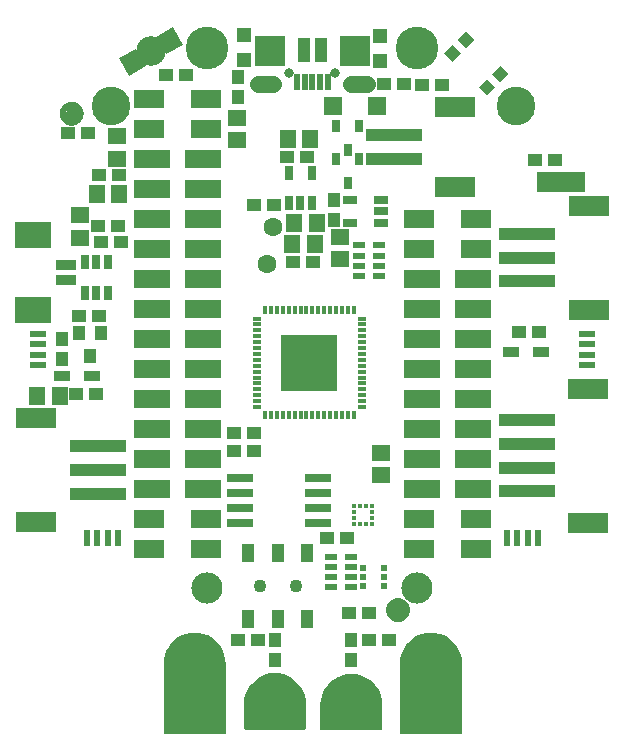
<source format=gbr>
G04 EAGLE Gerber RS-274X export*
G75*
%MOMM*%
%FSLAX34Y34*%
%LPD*%
%INSoldermask Top*%
%IPPOS*%
%AMOC8*
5,1,8,0,0,1.08239X$1,22.5*%
G01*
%ADD10C,2.641600*%
%ADD11C,3.276600*%
%ADD12C,1.101600*%
%ADD13C,0.500000*%
%ADD14C,3.617600*%
%ADD15C,4.317600*%
%ADD16R,1.601600X1.701600*%
%ADD17C,2.501600*%
%ADD18R,1.176600X1.101600*%
%ADD19R,1.101600X1.176600*%
%ADD20R,1.601600X1.341600*%
%ADD21R,1.301600X1.301600*%
%ADD22R,1.001600X1.001600*%
%ADD23C,0.801600*%
%ADD24R,2.514600X2.514600*%
%ADD25C,1.409600*%
%ADD26R,1.101600X2.101600*%
%ADD27R,0.500000X1.450000*%
%ADD28R,1.301600X0.651600*%
%ADD29R,4.701600X1.101600*%
%ADD30R,3.501600X1.701600*%
%ADD31R,0.651600X1.301600*%
%ADD32R,1.341600X1.601600*%
%ADD33R,1.351600X0.601600*%
%ADD34R,2.641600X1.625600*%
%ADD35R,3.149600X1.625600*%
%ADD36R,1.101600X1.301600*%
%ADD37R,1.501600X1.501600*%
%ADD38R,0.736600X1.117600*%
%ADD39R,1.001600X0.551600*%
%ADD40R,3.501600X1.801600*%
%ADD41R,4.165600X1.778000*%
%ADD42R,1.451600X0.901600*%
%ADD43R,1.701600X0.901600*%
%ADD44R,3.101600X2.201600*%
%ADD45C,1.601600*%
%ADD46R,2.301600X0.701600*%
%ADD47R,0.801600X0.321600*%
%ADD48R,0.321600X0.801600*%
%ADD49R,4.801600X4.801600*%
%ADD50R,0.601600X0.601600*%
%ADD51R,0.601600X0.501600*%
%ADD52R,1.101600X1.601600*%
%ADD53R,0.351600X0.376600*%
%ADD54R,0.376600X0.351600*%
%ADD55R,0.601600X1.351600*%

G36*
X125832Y-305418D02*
X125832Y-305418D01*
X125934Y-305410D01*
X125962Y-305398D01*
X125993Y-305393D01*
X126085Y-305349D01*
X126181Y-305311D01*
X126204Y-305291D01*
X126232Y-305278D01*
X126307Y-305208D01*
X126387Y-305143D01*
X126404Y-305117D01*
X126426Y-305096D01*
X126477Y-305007D01*
X126534Y-304922D01*
X126540Y-304898D01*
X126558Y-304866D01*
X126616Y-304606D01*
X126613Y-304568D01*
X126618Y-304545D01*
X126618Y-245745D01*
X126612Y-245706D01*
X126616Y-245682D01*
X126357Y-242067D01*
X126339Y-241986D01*
X126339Y-241941D01*
X125569Y-238400D01*
X125540Y-238323D01*
X125533Y-238279D01*
X124267Y-234883D01*
X124227Y-234810D01*
X124214Y-234768D01*
X122477Y-231587D01*
X122427Y-231521D01*
X122409Y-231480D01*
X120237Y-228579D01*
X120178Y-228521D01*
X120154Y-228483D01*
X117592Y-225921D01*
X117525Y-225872D01*
X117496Y-225838D01*
X114595Y-223666D01*
X114521Y-223627D01*
X114488Y-223598D01*
X111307Y-221861D01*
X111229Y-221832D01*
X111192Y-221808D01*
X107796Y-220542D01*
X107715Y-220525D01*
X107675Y-220506D01*
X104134Y-219736D01*
X104051Y-219730D01*
X104008Y-219718D01*
X100393Y-219459D01*
X100311Y-219466D01*
X100267Y-219459D01*
X96652Y-219718D01*
X96571Y-219736D01*
X96526Y-219736D01*
X92985Y-220506D01*
X92908Y-220536D01*
X92864Y-220542D01*
X89468Y-221808D01*
X89395Y-221848D01*
X89353Y-221861D01*
X86172Y-223598D01*
X86106Y-223648D01*
X86065Y-223666D01*
X83164Y-225838D01*
X83106Y-225897D01*
X83068Y-225921D01*
X80506Y-228483D01*
X80457Y-228550D01*
X80423Y-228579D01*
X78251Y-231480D01*
X78212Y-231554D01*
X78183Y-231587D01*
X76446Y-234768D01*
X76417Y-234846D01*
X76393Y-234883D01*
X75127Y-238279D01*
X75110Y-238360D01*
X75091Y-238400D01*
X74321Y-241941D01*
X74315Y-242024D01*
X74303Y-242067D01*
X74044Y-245682D01*
X74047Y-245721D01*
X74042Y-245745D01*
X74042Y-304545D01*
X74057Y-304647D01*
X74065Y-304749D01*
X74077Y-304777D01*
X74082Y-304808D01*
X74126Y-304900D01*
X74164Y-304996D01*
X74184Y-305019D01*
X74197Y-305047D01*
X74267Y-305122D01*
X74332Y-305202D01*
X74358Y-305219D01*
X74379Y-305241D01*
X74468Y-305292D01*
X74553Y-305349D01*
X74577Y-305355D01*
X74609Y-305373D01*
X74869Y-305431D01*
X74907Y-305428D01*
X74930Y-305433D01*
X125730Y-305433D01*
X125832Y-305418D01*
G37*
G36*
X-74193Y-305418D02*
X-74193Y-305418D01*
X-74091Y-305410D01*
X-74063Y-305398D01*
X-74032Y-305393D01*
X-73940Y-305349D01*
X-73844Y-305311D01*
X-73821Y-305291D01*
X-73793Y-305278D01*
X-73718Y-305208D01*
X-73638Y-305143D01*
X-73621Y-305117D01*
X-73599Y-305096D01*
X-73548Y-305007D01*
X-73491Y-304922D01*
X-73485Y-304898D01*
X-73467Y-304866D01*
X-73409Y-304606D01*
X-73412Y-304568D01*
X-73407Y-304545D01*
X-73407Y-245745D01*
X-73413Y-245706D01*
X-73409Y-245682D01*
X-73668Y-242067D01*
X-73686Y-241986D01*
X-73686Y-241941D01*
X-74456Y-238400D01*
X-74486Y-238323D01*
X-74492Y-238279D01*
X-75758Y-234883D01*
X-75798Y-234810D01*
X-75811Y-234768D01*
X-77548Y-231587D01*
X-77598Y-231521D01*
X-77616Y-231480D01*
X-79788Y-228579D01*
X-79847Y-228521D01*
X-79871Y-228483D01*
X-82433Y-225921D01*
X-82500Y-225872D01*
X-82529Y-225838D01*
X-85430Y-223666D01*
X-85504Y-223627D01*
X-85537Y-223598D01*
X-88718Y-221861D01*
X-88796Y-221832D01*
X-88833Y-221808D01*
X-92229Y-220542D01*
X-92310Y-220525D01*
X-92350Y-220506D01*
X-95891Y-219736D01*
X-95974Y-219730D01*
X-96017Y-219718D01*
X-99632Y-219459D01*
X-99714Y-219466D01*
X-99758Y-219459D01*
X-103373Y-219718D01*
X-103454Y-219736D01*
X-103499Y-219736D01*
X-107040Y-220506D01*
X-107117Y-220536D01*
X-107161Y-220542D01*
X-110557Y-221808D01*
X-110630Y-221848D01*
X-110672Y-221861D01*
X-113853Y-223598D01*
X-113919Y-223648D01*
X-113960Y-223666D01*
X-116861Y-225838D01*
X-116919Y-225897D01*
X-116957Y-225921D01*
X-119519Y-228483D01*
X-119568Y-228550D01*
X-119602Y-228579D01*
X-121774Y-231480D01*
X-121813Y-231554D01*
X-121842Y-231587D01*
X-123579Y-234768D01*
X-123608Y-234846D01*
X-123632Y-234883D01*
X-124898Y-238279D01*
X-124915Y-238360D01*
X-124934Y-238400D01*
X-125704Y-241941D01*
X-125710Y-242024D01*
X-125722Y-242067D01*
X-125981Y-245682D01*
X-125978Y-245721D01*
X-125983Y-245745D01*
X-125983Y-304545D01*
X-125968Y-304647D01*
X-125960Y-304749D01*
X-125948Y-304777D01*
X-125943Y-304808D01*
X-125899Y-304900D01*
X-125861Y-304996D01*
X-125841Y-305019D01*
X-125828Y-305047D01*
X-125758Y-305122D01*
X-125693Y-305202D01*
X-125667Y-305219D01*
X-125646Y-305241D01*
X-125557Y-305292D01*
X-125472Y-305349D01*
X-125448Y-305355D01*
X-125416Y-305373D01*
X-125156Y-305431D01*
X-125118Y-305428D01*
X-125095Y-305433D01*
X-74295Y-305433D01*
X-74193Y-305418D01*
G37*
G36*
X-6248Y-301608D02*
X-6248Y-301608D01*
X-6146Y-301600D01*
X-6118Y-301588D01*
X-6087Y-301583D01*
X-5995Y-301539D01*
X-5899Y-301501D01*
X-5876Y-301481D01*
X-5848Y-301468D01*
X-5773Y-301398D01*
X-5693Y-301333D01*
X-5676Y-301307D01*
X-5654Y-301286D01*
X-5603Y-301197D01*
X-5546Y-301112D01*
X-5540Y-301088D01*
X-5522Y-301056D01*
X-5464Y-300796D01*
X-5467Y-300758D01*
X-5462Y-300735D01*
X-5462Y-280035D01*
X-5468Y-279996D01*
X-5464Y-279972D01*
X-5723Y-276357D01*
X-5741Y-276276D01*
X-5741Y-276231D01*
X-6511Y-272690D01*
X-6541Y-272613D01*
X-6547Y-272569D01*
X-7813Y-269173D01*
X-7853Y-269100D01*
X-7866Y-269058D01*
X-9603Y-265877D01*
X-9653Y-265811D01*
X-9671Y-265770D01*
X-11843Y-262869D01*
X-11902Y-262811D01*
X-11926Y-262773D01*
X-14488Y-260211D01*
X-14555Y-260162D01*
X-14584Y-260128D01*
X-17485Y-257956D01*
X-17559Y-257917D01*
X-17592Y-257888D01*
X-20773Y-256151D01*
X-20851Y-256122D01*
X-20888Y-256098D01*
X-24284Y-254832D01*
X-24365Y-254815D01*
X-24405Y-254796D01*
X-27946Y-254026D01*
X-28029Y-254020D01*
X-28072Y-254008D01*
X-31687Y-253749D01*
X-31769Y-253756D01*
X-31813Y-253749D01*
X-35428Y-254008D01*
X-35509Y-254026D01*
X-35554Y-254026D01*
X-39095Y-254796D01*
X-39172Y-254826D01*
X-39216Y-254832D01*
X-42612Y-256098D01*
X-42685Y-256138D01*
X-42727Y-256151D01*
X-45908Y-257888D01*
X-45974Y-257938D01*
X-46015Y-257956D01*
X-48916Y-260128D01*
X-48974Y-260187D01*
X-49012Y-260211D01*
X-51574Y-262773D01*
X-51623Y-262840D01*
X-51657Y-262869D01*
X-53829Y-265770D01*
X-53868Y-265844D01*
X-53897Y-265877D01*
X-55634Y-269058D01*
X-55663Y-269136D01*
X-55687Y-269173D01*
X-56953Y-272569D01*
X-56970Y-272650D01*
X-56989Y-272690D01*
X-57759Y-276231D01*
X-57765Y-276314D01*
X-57777Y-276357D01*
X-58036Y-279972D01*
X-58033Y-280011D01*
X-58038Y-280035D01*
X-58038Y-300735D01*
X-58023Y-300837D01*
X-58015Y-300939D01*
X-58003Y-300967D01*
X-57998Y-300998D01*
X-57954Y-301090D01*
X-57916Y-301186D01*
X-57896Y-301209D01*
X-57883Y-301237D01*
X-57813Y-301312D01*
X-57748Y-301392D01*
X-57722Y-301409D01*
X-57701Y-301431D01*
X-57612Y-301482D01*
X-57527Y-301539D01*
X-57503Y-301545D01*
X-57471Y-301563D01*
X-57211Y-301621D01*
X-57173Y-301618D01*
X-57150Y-301623D01*
X-6350Y-301623D01*
X-6248Y-301608D01*
G37*
G36*
X58522Y-302243D02*
X58522Y-302243D01*
X58624Y-302235D01*
X58652Y-302223D01*
X58683Y-302218D01*
X58775Y-302174D01*
X58871Y-302136D01*
X58894Y-302116D01*
X58922Y-302103D01*
X58997Y-302033D01*
X59077Y-301968D01*
X59094Y-301942D01*
X59116Y-301921D01*
X59167Y-301832D01*
X59224Y-301747D01*
X59230Y-301723D01*
X59248Y-301691D01*
X59306Y-301431D01*
X59303Y-301393D01*
X59308Y-301370D01*
X59308Y-280670D01*
X59302Y-280631D01*
X59306Y-280607D01*
X59047Y-276992D01*
X59029Y-276911D01*
X59029Y-276866D01*
X58259Y-273325D01*
X58230Y-273248D01*
X58223Y-273204D01*
X56957Y-269808D01*
X56917Y-269735D01*
X56904Y-269693D01*
X55167Y-266512D01*
X55117Y-266446D01*
X55099Y-266405D01*
X52927Y-263504D01*
X52868Y-263446D01*
X52844Y-263408D01*
X50282Y-260846D01*
X50215Y-260797D01*
X50186Y-260763D01*
X47285Y-258591D01*
X47211Y-258552D01*
X47178Y-258523D01*
X43997Y-256786D01*
X43919Y-256757D01*
X43882Y-256733D01*
X40486Y-255467D01*
X40405Y-255450D01*
X40365Y-255431D01*
X36824Y-254661D01*
X36741Y-254655D01*
X36698Y-254643D01*
X33083Y-254384D01*
X33001Y-254391D01*
X32957Y-254384D01*
X29342Y-254643D01*
X29261Y-254661D01*
X29216Y-254661D01*
X25675Y-255431D01*
X25598Y-255461D01*
X25554Y-255467D01*
X22158Y-256733D01*
X22085Y-256773D01*
X22043Y-256786D01*
X18862Y-258523D01*
X18796Y-258573D01*
X18755Y-258591D01*
X15854Y-260763D01*
X15796Y-260822D01*
X15758Y-260846D01*
X13196Y-263408D01*
X13147Y-263475D01*
X13113Y-263504D01*
X10941Y-266405D01*
X10902Y-266479D01*
X10873Y-266512D01*
X9136Y-269693D01*
X9107Y-269771D01*
X9083Y-269808D01*
X7817Y-273204D01*
X7800Y-273285D01*
X7781Y-273325D01*
X7011Y-276866D01*
X7005Y-276949D01*
X6993Y-276992D01*
X6734Y-280607D01*
X6737Y-280646D01*
X6732Y-280670D01*
X6732Y-301370D01*
X6747Y-301472D01*
X6755Y-301574D01*
X6767Y-301602D01*
X6772Y-301633D01*
X6816Y-301725D01*
X6854Y-301821D01*
X6874Y-301844D01*
X6887Y-301872D01*
X6957Y-301947D01*
X7022Y-302027D01*
X7048Y-302044D01*
X7069Y-302066D01*
X7158Y-302117D01*
X7243Y-302174D01*
X7267Y-302180D01*
X7299Y-302198D01*
X7559Y-302256D01*
X7597Y-302253D01*
X7620Y-302258D01*
X58420Y-302258D01*
X58522Y-302243D01*
G37*
D10*
X88900Y-181610D03*
X-88900Y-181610D03*
D11*
X-170815Y226060D03*
X172085Y226060D03*
D12*
X-203835Y219710D03*
D13*
X-203835Y212210D02*
X-203654Y212212D01*
X-203473Y212219D01*
X-203292Y212230D01*
X-203111Y212245D01*
X-202931Y212265D01*
X-202751Y212289D01*
X-202572Y212317D01*
X-202394Y212350D01*
X-202217Y212387D01*
X-202040Y212428D01*
X-201865Y212473D01*
X-201690Y212523D01*
X-201517Y212577D01*
X-201346Y212635D01*
X-201175Y212697D01*
X-201007Y212764D01*
X-200840Y212834D01*
X-200674Y212908D01*
X-200511Y212987D01*
X-200350Y213069D01*
X-200190Y213155D01*
X-200033Y213245D01*
X-199878Y213339D01*
X-199725Y213436D01*
X-199575Y213538D01*
X-199427Y213642D01*
X-199281Y213751D01*
X-199139Y213862D01*
X-198999Y213978D01*
X-198862Y214096D01*
X-198727Y214218D01*
X-198596Y214343D01*
X-198468Y214471D01*
X-198343Y214602D01*
X-198221Y214737D01*
X-198103Y214874D01*
X-197987Y215014D01*
X-197876Y215156D01*
X-197767Y215302D01*
X-197663Y215450D01*
X-197561Y215600D01*
X-197464Y215753D01*
X-197370Y215908D01*
X-197280Y216065D01*
X-197194Y216225D01*
X-197112Y216386D01*
X-197033Y216549D01*
X-196959Y216715D01*
X-196889Y216882D01*
X-196822Y217050D01*
X-196760Y217221D01*
X-196702Y217392D01*
X-196648Y217565D01*
X-196598Y217740D01*
X-196553Y217915D01*
X-196512Y218092D01*
X-196475Y218269D01*
X-196442Y218447D01*
X-196414Y218626D01*
X-196390Y218806D01*
X-196370Y218986D01*
X-196355Y219167D01*
X-196344Y219348D01*
X-196337Y219529D01*
X-196335Y219710D01*
X-203835Y212210D02*
X-204016Y212212D01*
X-204197Y212219D01*
X-204378Y212230D01*
X-204559Y212245D01*
X-204739Y212265D01*
X-204919Y212289D01*
X-205098Y212317D01*
X-205276Y212350D01*
X-205453Y212387D01*
X-205630Y212428D01*
X-205805Y212473D01*
X-205980Y212523D01*
X-206153Y212577D01*
X-206324Y212635D01*
X-206495Y212697D01*
X-206663Y212764D01*
X-206830Y212834D01*
X-206996Y212908D01*
X-207159Y212987D01*
X-207320Y213069D01*
X-207480Y213155D01*
X-207637Y213245D01*
X-207792Y213339D01*
X-207945Y213436D01*
X-208095Y213538D01*
X-208243Y213642D01*
X-208389Y213751D01*
X-208531Y213862D01*
X-208671Y213978D01*
X-208808Y214096D01*
X-208943Y214218D01*
X-209074Y214343D01*
X-209202Y214471D01*
X-209327Y214602D01*
X-209449Y214737D01*
X-209567Y214874D01*
X-209683Y215014D01*
X-209794Y215156D01*
X-209903Y215302D01*
X-210007Y215450D01*
X-210109Y215600D01*
X-210206Y215753D01*
X-210300Y215908D01*
X-210390Y216065D01*
X-210476Y216225D01*
X-210558Y216386D01*
X-210637Y216549D01*
X-210711Y216715D01*
X-210781Y216882D01*
X-210848Y217050D01*
X-210910Y217221D01*
X-210968Y217392D01*
X-211022Y217565D01*
X-211072Y217740D01*
X-211117Y217915D01*
X-211158Y218092D01*
X-211195Y218269D01*
X-211228Y218447D01*
X-211256Y218626D01*
X-211280Y218806D01*
X-211300Y218986D01*
X-211315Y219167D01*
X-211326Y219348D01*
X-211333Y219529D01*
X-211335Y219710D01*
X-211333Y219891D01*
X-211326Y220072D01*
X-211315Y220253D01*
X-211300Y220434D01*
X-211280Y220614D01*
X-211256Y220794D01*
X-211228Y220973D01*
X-211195Y221151D01*
X-211158Y221328D01*
X-211117Y221505D01*
X-211072Y221680D01*
X-211022Y221855D01*
X-210968Y222028D01*
X-210910Y222199D01*
X-210848Y222370D01*
X-210781Y222538D01*
X-210711Y222705D01*
X-210637Y222871D01*
X-210558Y223034D01*
X-210476Y223195D01*
X-210390Y223355D01*
X-210300Y223512D01*
X-210206Y223667D01*
X-210109Y223820D01*
X-210007Y223970D01*
X-209903Y224118D01*
X-209794Y224264D01*
X-209683Y224406D01*
X-209567Y224546D01*
X-209449Y224683D01*
X-209327Y224818D01*
X-209202Y224949D01*
X-209074Y225077D01*
X-208943Y225202D01*
X-208808Y225324D01*
X-208671Y225442D01*
X-208531Y225558D01*
X-208389Y225669D01*
X-208243Y225778D01*
X-208095Y225882D01*
X-207945Y225984D01*
X-207792Y226081D01*
X-207637Y226175D01*
X-207480Y226265D01*
X-207320Y226351D01*
X-207159Y226433D01*
X-206996Y226512D01*
X-206830Y226586D01*
X-206663Y226656D01*
X-206495Y226723D01*
X-206324Y226785D01*
X-206153Y226843D01*
X-205980Y226897D01*
X-205805Y226947D01*
X-205630Y226992D01*
X-205453Y227033D01*
X-205276Y227070D01*
X-205098Y227103D01*
X-204919Y227131D01*
X-204739Y227155D01*
X-204559Y227175D01*
X-204378Y227190D01*
X-204197Y227201D01*
X-204016Y227208D01*
X-203835Y227210D01*
X-203654Y227208D01*
X-203473Y227201D01*
X-203292Y227190D01*
X-203111Y227175D01*
X-202931Y227155D01*
X-202751Y227131D01*
X-202572Y227103D01*
X-202394Y227070D01*
X-202217Y227033D01*
X-202040Y226992D01*
X-201865Y226947D01*
X-201690Y226897D01*
X-201517Y226843D01*
X-201346Y226785D01*
X-201175Y226723D01*
X-201007Y226656D01*
X-200840Y226586D01*
X-200674Y226512D01*
X-200511Y226433D01*
X-200350Y226351D01*
X-200190Y226265D01*
X-200033Y226175D01*
X-199878Y226081D01*
X-199725Y225984D01*
X-199575Y225882D01*
X-199427Y225778D01*
X-199281Y225669D01*
X-199139Y225558D01*
X-198999Y225442D01*
X-198862Y225324D01*
X-198727Y225202D01*
X-198596Y225077D01*
X-198468Y224949D01*
X-198343Y224818D01*
X-198221Y224683D01*
X-198103Y224546D01*
X-197987Y224406D01*
X-197876Y224264D01*
X-197767Y224118D01*
X-197663Y223970D01*
X-197561Y223820D01*
X-197464Y223667D01*
X-197370Y223512D01*
X-197280Y223355D01*
X-197194Y223195D01*
X-197112Y223034D01*
X-197033Y222871D01*
X-196959Y222705D01*
X-196889Y222538D01*
X-196822Y222370D01*
X-196760Y222199D01*
X-196702Y222028D01*
X-196648Y221855D01*
X-196598Y221680D01*
X-196553Y221505D01*
X-196512Y221328D01*
X-196475Y221151D01*
X-196442Y220973D01*
X-196414Y220794D01*
X-196390Y220614D01*
X-196370Y220434D01*
X-196355Y220253D01*
X-196344Y220072D01*
X-196337Y219891D01*
X-196335Y219710D01*
D12*
X72460Y-200497D03*
D13*
X72460Y-207997D02*
X72641Y-207995D01*
X72822Y-207988D01*
X73003Y-207977D01*
X73184Y-207962D01*
X73364Y-207942D01*
X73544Y-207918D01*
X73723Y-207890D01*
X73901Y-207857D01*
X74078Y-207820D01*
X74255Y-207779D01*
X74430Y-207734D01*
X74605Y-207684D01*
X74778Y-207630D01*
X74949Y-207572D01*
X75120Y-207510D01*
X75288Y-207443D01*
X75455Y-207373D01*
X75621Y-207299D01*
X75784Y-207220D01*
X75945Y-207138D01*
X76105Y-207052D01*
X76262Y-206962D01*
X76417Y-206868D01*
X76570Y-206771D01*
X76720Y-206669D01*
X76868Y-206565D01*
X77014Y-206456D01*
X77156Y-206345D01*
X77296Y-206229D01*
X77433Y-206111D01*
X77568Y-205989D01*
X77699Y-205864D01*
X77827Y-205736D01*
X77952Y-205605D01*
X78074Y-205470D01*
X78192Y-205333D01*
X78308Y-205193D01*
X78419Y-205051D01*
X78528Y-204905D01*
X78632Y-204757D01*
X78734Y-204607D01*
X78831Y-204454D01*
X78925Y-204299D01*
X79015Y-204142D01*
X79101Y-203982D01*
X79183Y-203821D01*
X79262Y-203658D01*
X79336Y-203492D01*
X79406Y-203325D01*
X79473Y-203157D01*
X79535Y-202986D01*
X79593Y-202815D01*
X79647Y-202642D01*
X79697Y-202467D01*
X79742Y-202292D01*
X79783Y-202115D01*
X79820Y-201938D01*
X79853Y-201760D01*
X79881Y-201581D01*
X79905Y-201401D01*
X79925Y-201221D01*
X79940Y-201040D01*
X79951Y-200859D01*
X79958Y-200678D01*
X79960Y-200497D01*
X72460Y-207997D02*
X72279Y-207995D01*
X72098Y-207988D01*
X71917Y-207977D01*
X71736Y-207962D01*
X71556Y-207942D01*
X71376Y-207918D01*
X71197Y-207890D01*
X71019Y-207857D01*
X70842Y-207820D01*
X70665Y-207779D01*
X70490Y-207734D01*
X70315Y-207684D01*
X70142Y-207630D01*
X69971Y-207572D01*
X69800Y-207510D01*
X69632Y-207443D01*
X69465Y-207373D01*
X69299Y-207299D01*
X69136Y-207220D01*
X68975Y-207138D01*
X68815Y-207052D01*
X68658Y-206962D01*
X68503Y-206868D01*
X68350Y-206771D01*
X68200Y-206669D01*
X68052Y-206565D01*
X67906Y-206456D01*
X67764Y-206345D01*
X67624Y-206229D01*
X67487Y-206111D01*
X67352Y-205989D01*
X67221Y-205864D01*
X67093Y-205736D01*
X66968Y-205605D01*
X66846Y-205470D01*
X66728Y-205333D01*
X66612Y-205193D01*
X66501Y-205051D01*
X66392Y-204905D01*
X66288Y-204757D01*
X66186Y-204607D01*
X66089Y-204454D01*
X65995Y-204299D01*
X65905Y-204142D01*
X65819Y-203982D01*
X65737Y-203821D01*
X65658Y-203658D01*
X65584Y-203492D01*
X65514Y-203325D01*
X65447Y-203157D01*
X65385Y-202986D01*
X65327Y-202815D01*
X65273Y-202642D01*
X65223Y-202467D01*
X65178Y-202292D01*
X65137Y-202115D01*
X65100Y-201938D01*
X65067Y-201760D01*
X65039Y-201581D01*
X65015Y-201401D01*
X64995Y-201221D01*
X64980Y-201040D01*
X64969Y-200859D01*
X64962Y-200678D01*
X64960Y-200497D01*
X64962Y-200316D01*
X64969Y-200135D01*
X64980Y-199954D01*
X64995Y-199773D01*
X65015Y-199593D01*
X65039Y-199413D01*
X65067Y-199234D01*
X65100Y-199056D01*
X65137Y-198879D01*
X65178Y-198702D01*
X65223Y-198527D01*
X65273Y-198352D01*
X65327Y-198179D01*
X65385Y-198008D01*
X65447Y-197837D01*
X65514Y-197669D01*
X65584Y-197502D01*
X65658Y-197336D01*
X65737Y-197173D01*
X65819Y-197012D01*
X65905Y-196852D01*
X65995Y-196695D01*
X66089Y-196540D01*
X66186Y-196387D01*
X66288Y-196237D01*
X66392Y-196089D01*
X66501Y-195943D01*
X66612Y-195801D01*
X66728Y-195661D01*
X66846Y-195524D01*
X66968Y-195389D01*
X67093Y-195258D01*
X67221Y-195130D01*
X67352Y-195005D01*
X67487Y-194883D01*
X67624Y-194765D01*
X67764Y-194649D01*
X67906Y-194538D01*
X68052Y-194429D01*
X68200Y-194325D01*
X68350Y-194223D01*
X68503Y-194126D01*
X68658Y-194032D01*
X68815Y-193942D01*
X68975Y-193856D01*
X69136Y-193774D01*
X69299Y-193695D01*
X69465Y-193621D01*
X69632Y-193551D01*
X69800Y-193484D01*
X69971Y-193422D01*
X70142Y-193364D01*
X70315Y-193310D01*
X70490Y-193260D01*
X70665Y-193215D01*
X70842Y-193174D01*
X71019Y-193137D01*
X71197Y-193104D01*
X71376Y-193076D01*
X71556Y-193052D01*
X71736Y-193032D01*
X71917Y-193017D01*
X72098Y-193006D01*
X72279Y-192999D01*
X72460Y-192997D01*
X72641Y-192999D01*
X72822Y-193006D01*
X73003Y-193017D01*
X73184Y-193032D01*
X73364Y-193052D01*
X73544Y-193076D01*
X73723Y-193104D01*
X73901Y-193137D01*
X74078Y-193174D01*
X74255Y-193215D01*
X74430Y-193260D01*
X74605Y-193310D01*
X74778Y-193364D01*
X74949Y-193422D01*
X75120Y-193484D01*
X75288Y-193551D01*
X75455Y-193621D01*
X75621Y-193695D01*
X75784Y-193774D01*
X75945Y-193856D01*
X76105Y-193942D01*
X76262Y-194032D01*
X76417Y-194126D01*
X76570Y-194223D01*
X76720Y-194325D01*
X76868Y-194429D01*
X77014Y-194538D01*
X77156Y-194649D01*
X77296Y-194765D01*
X77433Y-194883D01*
X77568Y-195005D01*
X77699Y-195130D01*
X77827Y-195258D01*
X77952Y-195389D01*
X78074Y-195524D01*
X78192Y-195661D01*
X78308Y-195801D01*
X78419Y-195943D01*
X78528Y-196089D01*
X78632Y-196237D01*
X78734Y-196387D01*
X78831Y-196540D01*
X78925Y-196695D01*
X79015Y-196852D01*
X79101Y-197012D01*
X79183Y-197173D01*
X79262Y-197336D01*
X79336Y-197502D01*
X79406Y-197669D01*
X79473Y-197837D01*
X79535Y-198008D01*
X79593Y-198179D01*
X79647Y-198352D01*
X79697Y-198527D01*
X79742Y-198702D01*
X79783Y-198879D01*
X79820Y-199056D01*
X79853Y-199234D01*
X79881Y-199413D01*
X79905Y-199593D01*
X79925Y-199773D01*
X79940Y-199954D01*
X79951Y-200135D01*
X79958Y-200316D01*
X79960Y-200497D01*
D14*
X88900Y275590D03*
X-88900Y275590D03*
D15*
X-99695Y-241935D03*
X-31750Y-276225D03*
X33020Y-276860D03*
X100330Y-241935D03*
D16*
G36*
X-141131Y260128D02*
X-155001Y252120D01*
X-163509Y266856D01*
X-149639Y274864D01*
X-141131Y260128D01*
G37*
G36*
X-109954Y278128D02*
X-123824Y270120D01*
X-132332Y284856D01*
X-118462Y292864D01*
X-109954Y278128D01*
G37*
D17*
X-136732Y272492D03*
D18*
X-207255Y203835D03*
X-190255Y203835D03*
D19*
X17950Y129805D03*
X17950Y146805D03*
D20*
X23645Y115580D03*
X23645Y96580D03*
D21*
X57385Y285675D03*
X57385Y264675D03*
D18*
X77715Y245110D03*
X60715Y245110D03*
D22*
G36*
X118912Y278176D02*
X125994Y271094D01*
X118912Y264012D01*
X111830Y271094D01*
X118912Y278176D01*
G37*
G36*
X130226Y289490D02*
X137308Y282408D01*
X130226Y275326D01*
X123144Y282408D01*
X130226Y289490D01*
G37*
G36*
X159218Y260498D02*
X166300Y253416D01*
X159218Y246334D01*
X152136Y253416D01*
X159218Y260498D01*
G37*
G36*
X147904Y249184D02*
X154986Y242102D01*
X147904Y235020D01*
X140822Y242102D01*
X147904Y249184D01*
G37*
D23*
X19500Y254000D03*
X-19500Y254000D03*
D24*
X-36000Y273000D03*
X36000Y273000D03*
D25*
X33000Y245000D02*
X46080Y245000D01*
X-33000Y245000D02*
X-46080Y245000D01*
D26*
X7500Y274000D03*
X-7500Y274000D03*
D27*
X13000Y246250D03*
X6500Y246250D03*
X0Y246250D03*
X-6500Y246250D03*
X-13000Y246250D03*
D28*
X58086Y127660D03*
X58086Y137160D03*
X58086Y146660D03*
X32084Y146660D03*
X32084Y127660D03*
D29*
X69045Y201770D03*
X69045Y181770D03*
D30*
X121045Y225770D03*
X121045Y157770D03*
D31*
X-19660Y143844D03*
X-10160Y143844D03*
X-660Y143844D03*
X-660Y169846D03*
X-19660Y169846D03*
D21*
X-57785Y265090D03*
X-57785Y286090D03*
D19*
X-62865Y251070D03*
X-62865Y234070D03*
D32*
X3785Y127000D03*
X-15215Y127000D03*
D18*
X-21200Y183515D03*
X-4200Y183515D03*
D20*
X-63500Y216510D03*
X-63500Y197510D03*
D33*
X232530Y33320D03*
X232530Y24820D03*
X232530Y15820D03*
X232530Y7320D03*
D34*
X-90170Y232410D03*
X-138430Y232410D03*
X-90170Y207010D03*
X-138430Y207010D03*
D35*
X-135890Y181610D03*
X-92710Y181610D03*
X-135890Y156210D03*
X-92710Y156210D03*
X-135890Y130810D03*
X-92710Y130810D03*
X-135890Y105410D03*
X-92710Y105410D03*
X-135890Y80010D03*
X-92710Y80010D03*
X-135890Y54610D03*
X-92710Y54610D03*
X-135890Y29210D03*
X-92710Y29210D03*
X-135890Y3810D03*
X-92710Y3810D03*
X-135890Y-21590D03*
X-92710Y-21590D03*
X-135890Y-46990D03*
X-92710Y-46990D03*
X-135890Y-72390D03*
X-92710Y-72390D03*
X-135890Y-97790D03*
X-92710Y-97790D03*
D34*
X-138430Y-123190D03*
X-90170Y-123190D03*
X-138430Y-148590D03*
X-90170Y-148590D03*
X138430Y130810D03*
X90170Y130810D03*
X138430Y105410D03*
X90170Y105410D03*
D35*
X92710Y80010D03*
X135890Y80010D03*
X92710Y54610D03*
X135890Y54610D03*
X92710Y29210D03*
X135890Y29210D03*
X92710Y3810D03*
X135890Y3810D03*
X92710Y-21590D03*
X135890Y-21590D03*
X92710Y-46990D03*
X135890Y-46990D03*
X92710Y-72390D03*
X135890Y-72390D03*
X92710Y-97790D03*
X135890Y-97790D03*
D34*
X90170Y-123190D03*
X138430Y-123190D03*
X90170Y-148590D03*
X138430Y-148590D03*
D32*
X-214020Y-19050D03*
X-233020Y-19050D03*
D36*
X-188087Y14257D03*
X-197587Y34257D03*
X-178587Y34257D03*
D29*
X181915Y117790D03*
X181915Y97790D03*
D30*
X233915Y141790D03*
X233915Y53790D03*
D29*
X181915Y77790D03*
X-181915Y-101915D03*
X-181915Y-81915D03*
D30*
X-233915Y-125915D03*
X-233915Y-37915D03*
D29*
X-181915Y-61915D03*
D20*
X-196850Y114960D03*
X-196850Y133960D03*
D32*
X-1930Y198755D03*
X-20930Y198755D03*
D37*
X17695Y226060D03*
X54695Y226060D03*
D38*
X29845Y161450D03*
X20345Y181450D03*
X39345Y181450D03*
D39*
X39125Y82250D03*
X56125Y82250D03*
X39125Y91250D03*
X39125Y99250D03*
X39125Y108250D03*
X56125Y108250D03*
X56125Y91250D03*
X56125Y99250D03*
D29*
X181440Y-39850D03*
X181440Y-59850D03*
D40*
X233440Y-12850D03*
X233440Y-126850D03*
D29*
X181440Y-79850D03*
X181440Y-99850D03*
D38*
X29845Y189390D03*
X20345Y209390D03*
X39345Y209390D03*
D18*
X29455Y-139065D03*
X12455Y-139065D03*
X47870Y-202565D03*
X30870Y-202565D03*
D41*
X210185Y161925D03*
D18*
X-200270Y-17780D03*
X-183270Y-17780D03*
X192015Y34925D03*
X175015Y34925D03*
D42*
X-186690Y-2540D03*
X-212090Y-2540D03*
X168275Y17780D03*
X193675Y17780D03*
D43*
X-208915Y91340D03*
X-208915Y78840D03*
D44*
X-236415Y116940D03*
X-236415Y53240D03*
D45*
X-33655Y123825D03*
X-38100Y92710D03*
D46*
X-61725Y-101600D03*
X4575Y-101600D03*
X-61725Y-88900D03*
X-61725Y-114300D03*
X-61725Y-127000D03*
X4575Y-88900D03*
X4575Y-114300D03*
X4575Y-127000D03*
D18*
X-107070Y252730D03*
X-124070Y252730D03*
X92465Y244475D03*
X109465Y244475D03*
X-49140Y142240D03*
X-32140Y142240D03*
D47*
X-47040Y46390D03*
X-47040Y41390D03*
X-47040Y36390D03*
X-47040Y31390D03*
X-47040Y26390D03*
X-47040Y21390D03*
X-47040Y16390D03*
X-47040Y11390D03*
X-47040Y6390D03*
X-47040Y1390D03*
X-47040Y-3610D03*
X-47040Y-8610D03*
X-47040Y-13610D03*
X-47040Y-18610D03*
X-47040Y-23610D03*
X-47040Y-28610D03*
D48*
X-40040Y-35610D03*
X-35040Y-35610D03*
X-30040Y-35610D03*
X-25040Y-35610D03*
X-20040Y-35610D03*
X-15040Y-35610D03*
X-10040Y-35610D03*
X-5040Y-35610D03*
X-40Y-35610D03*
X4960Y-35610D03*
X9960Y-35610D03*
X14960Y-35610D03*
X19960Y-35610D03*
X24960Y-35610D03*
X29960Y-35610D03*
X34960Y-35610D03*
D47*
X41960Y-28610D03*
X41960Y-23610D03*
X41960Y-18610D03*
X41960Y-13610D03*
X41960Y-8610D03*
X41960Y-3610D03*
X41960Y1390D03*
X41960Y6390D03*
X41960Y11390D03*
X41960Y16390D03*
X41960Y21390D03*
X41960Y26390D03*
X41960Y31390D03*
X41960Y36390D03*
X41960Y41390D03*
X41960Y46390D03*
D48*
X34960Y53390D03*
X29960Y53390D03*
X24960Y53390D03*
X19960Y53390D03*
X14960Y53390D03*
X9960Y53390D03*
X4960Y53390D03*
X-40Y53390D03*
X-5040Y53390D03*
X-10040Y53390D03*
X-15040Y53390D03*
X-20040Y53390D03*
X-25040Y53390D03*
X-30040Y53390D03*
X-35040Y53390D03*
X-40040Y53390D03*
D49*
X-2540Y8890D03*
D32*
X1880Y109220D03*
X-17120Y109220D03*
D18*
X880Y93980D03*
X-16120Y93980D03*
X205350Y180975D03*
X188350Y180975D03*
X-49285Y-50165D03*
X-66285Y-50165D03*
D20*
X58420Y-67335D03*
X58420Y-86335D03*
D19*
X-212090Y28820D03*
X-212090Y11820D03*
D18*
X-164855Y125095D03*
X-181855Y125095D03*
D31*
X-192380Y68280D03*
X-182880Y68280D03*
X-173380Y68280D03*
X-173380Y94280D03*
X-182880Y94280D03*
X-192380Y94280D03*
D18*
X-179315Y111125D03*
X-162315Y111125D03*
X-180349Y48641D03*
X-197349Y48641D03*
X-49285Y-65405D03*
X-66285Y-65405D03*
D20*
X-165100Y200635D03*
X-165100Y181635D03*
D39*
X32630Y-155275D03*
X15630Y-155275D03*
X32630Y-164275D03*
X32630Y-172275D03*
X32630Y-181275D03*
X15630Y-181275D03*
X15630Y-164275D03*
X15630Y-172275D03*
D50*
X42435Y-165220D03*
D51*
X42435Y-172720D03*
D50*
X42435Y-180220D03*
X60435Y-180220D03*
D51*
X60435Y-172720D03*
D50*
X60435Y-165220D03*
D18*
X-163585Y167640D03*
X-180585Y167640D03*
D32*
X-163601Y151892D03*
X-182601Y151892D03*
D52*
X-54210Y-151705D03*
X-29210Y-151705D03*
X-4210Y-151705D03*
X-4210Y-207705D03*
X-29210Y-207705D03*
X-54210Y-207705D03*
D12*
X-14210Y-179705D03*
X-44210Y-179705D03*
D53*
X50045Y-112515D03*
X45045Y-112515D03*
X40045Y-112515D03*
X35045Y-112515D03*
D54*
X35045Y-117515D03*
X35045Y-122515D03*
D53*
X35045Y-127515D03*
X40045Y-127515D03*
X45045Y-127515D03*
X50045Y-127515D03*
D54*
X50045Y-122515D03*
X50045Y-117515D03*
D18*
X-63110Y-226060D03*
X-46110Y-226060D03*
D19*
X-31750Y-242815D03*
X-31750Y-225815D03*
X33020Y-242815D03*
X33020Y-225815D03*
D18*
X65015Y-226060D03*
X48015Y-226060D03*
D55*
X190800Y-139820D03*
X182300Y-139820D03*
X173300Y-139820D03*
X164800Y-139820D03*
X-164800Y-139820D03*
X-173300Y-139820D03*
X-182300Y-139820D03*
X-190800Y-139820D03*
D33*
X-232530Y7320D03*
X-232530Y15820D03*
X-232530Y24820D03*
X-232530Y33320D03*
M02*

</source>
